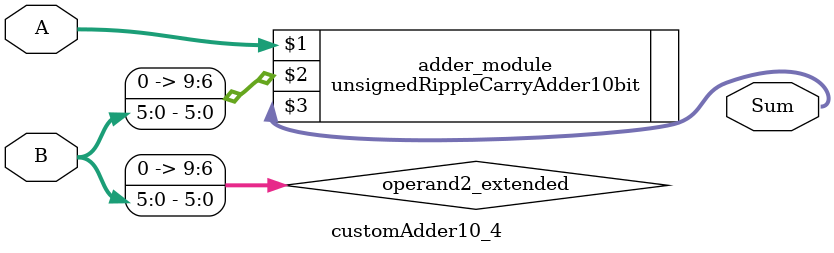
<source format=v>

module customAdder10_4(
                    input [9 : 0] A,
                    input [5 : 0] B,
                    
                    output [10 : 0] Sum
            );

    wire [9 : 0] operand2_extended;
    
    assign operand2_extended =  {4'b0, B};
    
    unsignedRippleCarryAdder10bit adder_module(
        A,
        operand2_extended,
        Sum
    );
    
endmodule
        
</source>
